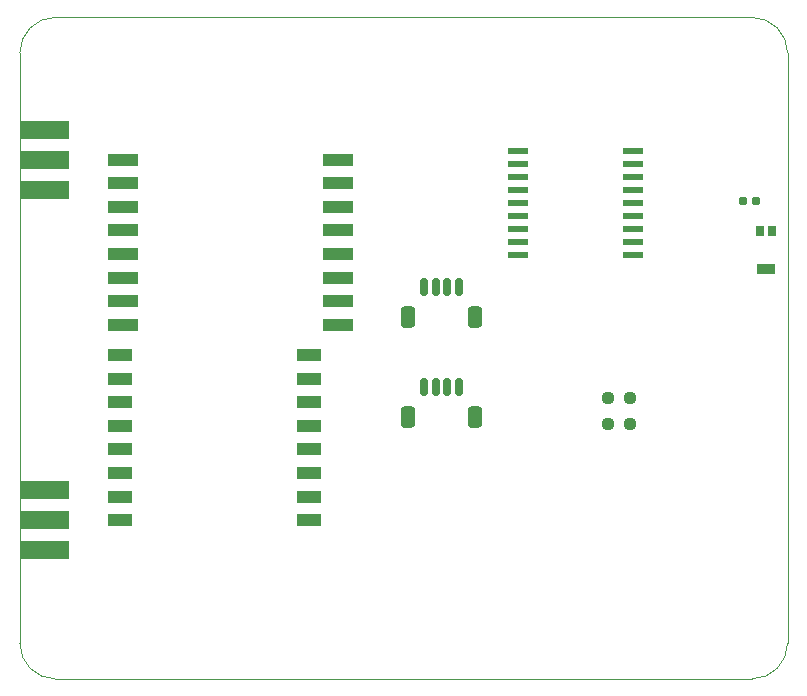
<source format=gbr>
G04 #@! TF.GenerationSoftware,KiCad,Pcbnew,6.0.2+dfsg-1*
G04 #@! TF.CreationDate,2022-08-30T21:57:41-05:00*
G04 #@! TF.ProjectId,BaseStationHAT,42617365-5374-4617-9469-6f6e4841542e,rev?*
G04 #@! TF.SameCoordinates,Original*
G04 #@! TF.FileFunction,Paste,Top*
G04 #@! TF.FilePolarity,Positive*
%FSLAX46Y46*%
G04 Gerber Fmt 4.6, Leading zero omitted, Abs format (unit mm)*
G04 Created by KiCad (PCBNEW 6.0.2+dfsg-1) date 2022-08-30 21:57:41*
%MOMM*%
%LPD*%
G01*
G04 APERTURE LIST*
G04 Aperture macros list*
%AMRoundRect*
0 Rectangle with rounded corners*
0 $1 Rounding radius*
0 $2 $3 $4 $5 $6 $7 $8 $9 X,Y pos of 4 corners*
0 Add a 4 corners polygon primitive as box body*
4,1,4,$2,$3,$4,$5,$6,$7,$8,$9,$2,$3,0*
0 Add four circle primitives for the rounded corners*
1,1,$1+$1,$2,$3*
1,1,$1+$1,$4,$5*
1,1,$1+$1,$6,$7*
1,1,$1+$1,$8,$9*
0 Add four rect primitives between the rounded corners*
20,1,$1+$1,$2,$3,$4,$5,0*
20,1,$1+$1,$4,$5,$6,$7,0*
20,1,$1+$1,$6,$7,$8,$9,0*
20,1,$1+$1,$8,$9,$2,$3,0*%
%AMOutline4P*
0 Free polygon, 4 corners , with rotation*
0 The origin of the aperture is its center*
0 number of corners: always 4*
0 $1 to $8 corner X, Y*
0 $9 Rotation angle, in degrees counterclockwise*
0 create outline with 4 corners*
4,1,4,$1,$2,$3,$4,$5,$6,$7,$8,$1,$2,$9*%
G04 Aperture macros list end*
G04 #@! TA.AperFunction,Profile*
%ADD10C,0.100000*%
G04 #@! TD*
%ADD11RoundRect,0.237500X0.250000X0.237500X-0.250000X0.237500X-0.250000X-0.237500X0.250000X-0.237500X0*%
%ADD12RoundRect,0.155000X-0.212500X-0.155000X0.212500X-0.155000X0.212500X0.155000X-0.212500X0.155000X0*%
%ADD13RoundRect,0.150000X0.150000X0.625000X-0.150000X0.625000X-0.150000X-0.625000X0.150000X-0.625000X0*%
%ADD14RoundRect,0.250000X0.350000X0.650000X-0.350000X0.650000X-0.350000X-0.650000X0.350000X-0.650000X0*%
%ADD15R,4.060000X1.520000*%
%ADD16R,2.000000X1.000000*%
%ADD17R,1.800000X0.600000*%
%ADD18Outline4P,-0.400000X-0.325000X0.400000X-0.325000X0.400000X0.325000X-0.400000X0.325000X90.000000*%
%ADD19Outline4P,-0.400000X-0.800000X0.400000X-0.800000X0.400000X0.800000X-0.400000X0.800000X90.000000*%
%ADD20R,2.500000X1.000000*%
%ADD21RoundRect,0.237500X-0.250000X-0.237500X0.250000X-0.237500X0.250000X0.237500X-0.250000X0.237500X0*%
G04 APERTURE END LIST*
D10*
X143546356Y-113817611D02*
X143546356Y-63817611D01*
X78546356Y-63817611D02*
X78546356Y-113817611D01*
X140546356Y-116817611D02*
G75*
G03*
X143546356Y-113817611I-1J3000001D01*
G01*
X140546356Y-60817611D02*
X81546356Y-60817611D01*
X81546356Y-116817611D02*
X140546356Y-116817611D01*
X143546356Y-63817611D02*
G75*
G03*
X140546356Y-60817611I-3000001J-1D01*
G01*
X81546356Y-60817611D02*
G75*
G03*
X78546356Y-63817611I1J-3000001D01*
G01*
X78546356Y-113817611D02*
G75*
G03*
X81546356Y-116817611I3000001J1D01*
G01*
D11*
X130212500Y-95200000D03*
X128387500Y-95200000D03*
D12*
X139733572Y-76351330D03*
X140868572Y-76351330D03*
D13*
X115750000Y-83675000D03*
X114750000Y-83675000D03*
X113750000Y-83675000D03*
X112750000Y-83675000D03*
D14*
X117050000Y-86200000D03*
X111450000Y-86200000D03*
D15*
X80657500Y-103400000D03*
X80657500Y-100860000D03*
X80657500Y-105940000D03*
D16*
X87000000Y-89400000D03*
X87000000Y-91400000D03*
X87000000Y-93400000D03*
X87000000Y-95400000D03*
X87000000Y-97400000D03*
X87000000Y-99400000D03*
X87000000Y-101400000D03*
X87000000Y-103400000D03*
X103000000Y-103400000D03*
X103000000Y-101400000D03*
X103000000Y-99400000D03*
X103000000Y-97400000D03*
X103000000Y-95400000D03*
X103000000Y-93400000D03*
X103000000Y-91400000D03*
X103000000Y-89400000D03*
D17*
X120750000Y-72150000D03*
X120750000Y-73250000D03*
X120750000Y-74350000D03*
X120750000Y-75450000D03*
X120750000Y-76550000D03*
X120750000Y-77650000D03*
X120750000Y-78750000D03*
X120750000Y-79850000D03*
X120750000Y-80950000D03*
X130450000Y-72150000D03*
X130450000Y-73250000D03*
X130450000Y-74350000D03*
X130450000Y-75450000D03*
X130450000Y-76550000D03*
X130450000Y-77650000D03*
X130450000Y-78750000D03*
X130450000Y-79850000D03*
X130450000Y-80950000D03*
D13*
X115750000Y-92125000D03*
X114750000Y-92125000D03*
X113750000Y-92125000D03*
X112750000Y-92125000D03*
D14*
X117050000Y-94650000D03*
X111450000Y-94650000D03*
D18*
X141250000Y-78900000D03*
X142250000Y-78900000D03*
D19*
X141750000Y-82100000D03*
D15*
X80657500Y-72850000D03*
X80657500Y-75390000D03*
X80657500Y-70310000D03*
D20*
X105450000Y-86850000D03*
X105450000Y-84850000D03*
X105450000Y-82850000D03*
X105450000Y-80850000D03*
X105450000Y-78850000D03*
X105450000Y-76850000D03*
X105450000Y-74850000D03*
X105450000Y-72850000D03*
X87250000Y-72850000D03*
X87250000Y-74850000D03*
X87250000Y-76850000D03*
X87250000Y-78850000D03*
X87250000Y-80850000D03*
X87250000Y-82850000D03*
X87250000Y-84850000D03*
X87250000Y-86850000D03*
D21*
X128387500Y-93000000D03*
X130212500Y-93000000D03*
M02*

</source>
